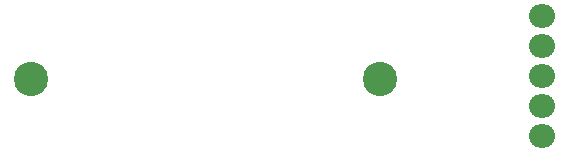
<source format=gbs>
%FSLAX24Y24*%
%MOIN*%
G70*
G01*
G75*
G04 Layer_Color=16711935*
%ADD10R,0.0551X0.0374*%
%ADD11R,0.0551X0.0354*%
%ADD12C,0.0197*%
%ADD13C,0.1063*%
%ADD14O,0.0787X0.0709*%
%ADD15C,0.0098*%
%ADD16C,0.0079*%
%ADD17C,0.0100*%
%ADD18R,0.0631X0.0454*%
%ADD19R,0.0631X0.0434*%
%ADD20C,0.1143*%
%ADD21O,0.0867X0.0789*%
D20*
X50350Y16750D02*
D03*
X38700D02*
D03*
D21*
X55750Y14850D02*
D03*
Y15850D02*
D03*
Y16850D02*
D03*
Y17850D02*
D03*
X55748Y18850D02*
D03*
M02*

</source>
